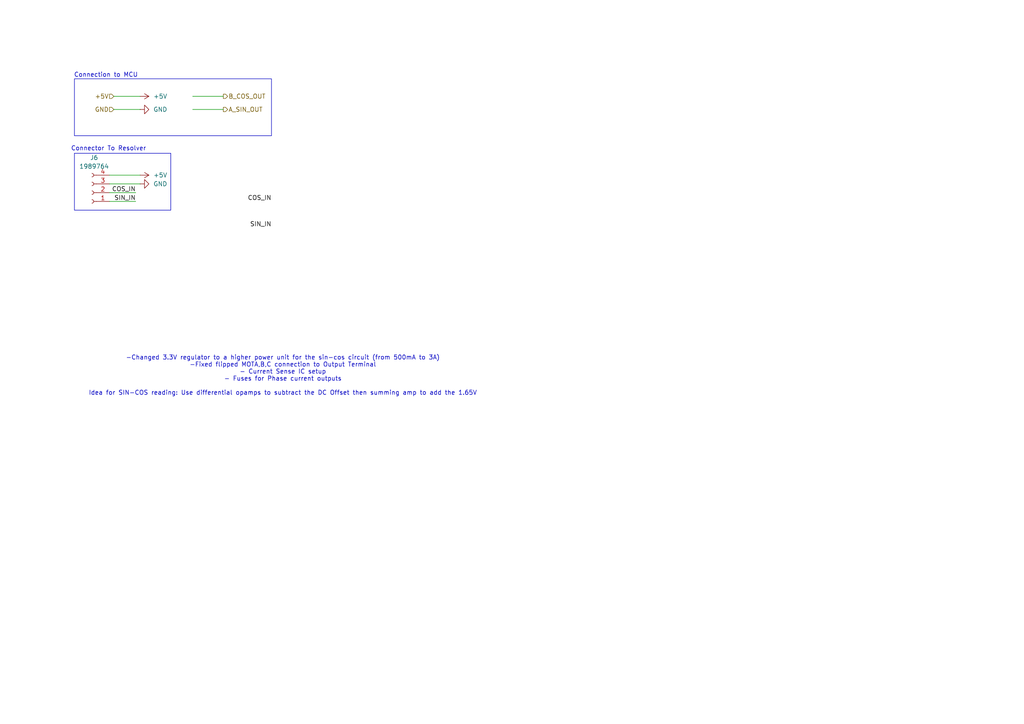
<source format=kicad_sch>
(kicad_sch (version 20250114) (generator "eeschema") (generator_version "9.0")
  (paper "A4")
  (lib_symbols
    (symbol "Connector:Conn_01x04_Socket" (pin_names (offset 1.016) (hide yes))
      (property "Reference" "J" (at 0 5.08 0))
      (property "Value" "Conn_01x04_Socket" (at 0 -7.62 0))
      (symbol "Conn_01x04_Socket_1_1"
        (polyline (pts (xy -1.27 2.54) (xy -0.508 2.54)) (stroke (width 0.1524)))
        (polyline (pts (xy -1.27 0) (xy -0.508 0)) (stroke (width 0.1524)))
        (polyline (pts (xy -1.27 -2.54) (xy -0.508 -2.54)) (stroke (width 0.1524)))
        (polyline (pts (xy -1.27 -5.08) (xy -0.508 -5.08)) (stroke (width 0.1524)))
        (arc (start 0 2.032) (mid -0.5058 2.54) (end 0 3.048) (stroke (width 0.1524)))
        (arc (start 0 -0.508) (mid -0.5058 0) (end 0 0.508) (stroke (width 0.1524)))
        (arc (start 0 -3.048) (mid -0.5058 -2.54) (end 0 -2.032) (stroke (width 0.1524)))
        (arc (start 0 -5.588) (mid -0.5058 -5.08) (end 0 -4.572) (stroke (width 0.1524)))
        (pin passive line (at -5.08 2.54 0) (length 3.81) (name "Pin_1") (number "1"))
        (pin passive line (at -5.08 0 0) (length 3.81) (name "Pin_2") (number "2"))
        (pin passive line (at -5.08 -2.54 0) (length 3.81) (name "Pin_3") (number "3"))
        (pin passive line (at -5.08 -5.08 0) (length 3.81) (name "Pin_4") (number "4"))
      )
    )
    (symbol "power:+5V" (power) (pin_numbers (hide yes)) (pin_names (offset 0) (hide yes))
      (property "Value" "+5V" (at 0 3.556 0))
      (symbol "+5V_0_1"
        (polyline (pts (xy -0.762 1.27) (xy 0 2.54)))
        (polyline (pts (xy 0 2.54) (xy 0.762 1.27)))
        (polyline (pts (xy 0 0) (xy 0 2.54)))
      )
      (symbol "+5V_1_1"
        (pin power_in line (at 0 0 90) (length 0) (name "~") (number "1"))
      )
    )
    (symbol "power:GND" (power) (pin_numbers (hide yes)) (pin_names (offset 0) (hide yes))
      (property "Value" "GND" (at 0 -3.81 0))
      (symbol "GND_0_1"
        (polyline (pts (xy 0 0) (xy 0 -1.27) (xy 1.27 -1.27) (xy 0 -2.54) (xy -1.27 -1.27) (xy 0 -1.27)))
      )
      (symbol "GND_1_1"
        (pin power_in line (at 0 0 270) (length 0) (name "~") (number "1"))
      )
    )
  )
  (rectangle (start 21.59 22.86) (end 78.74 39.37))
  (rectangle (start 21.59 44.45) (end 49.53 60.96))
  (text "Connector To Resolver\n" (at 31.496 43.18 0) (effects (font (size 1.27 1.27))))
  (text "-Changed 3.3V regulator to a higher power unit for the sin-cos circuit (from 500mA to 3A)\n-Fixed flipped MOTA,B,C connection to Output Terminal\n- Current Sense IC setup\n- Fuses for Phase current outputs\n\nIdea for SIN-COS reading: Use differential opamps to subtract the DC Offset then summing amp to add the 1.65V" (at 82.042 108.966 0) (effects (font (size 1.27 1.27))))
  (text "Connection to MCU" (at 30.734 21.844 0) (effects (font (size 1.27 1.27))))
  (wire (pts (xy 64.77 31.75) (xy 55.88 31.75)))
  (wire (pts (xy 31.75 53.34) (xy 40.64 53.34)))
  (wire (pts (xy 31.75 58.42) (xy 39.37 58.42)))
  (wire (pts (xy 40.64 27.94) (xy 33.02 27.94)))
  (wire (pts (xy 64.77 27.94) (xy 55.88 27.94)))
  (wire (pts (xy 31.75 55.88) (xy 39.37 55.88)))
  (wire (pts (xy 31.75 50.8) (xy 40.64 50.8)))
  (wire (pts (xy 40.64 31.75) (xy 33.02 31.75)))
  (label "SIN_IN" (at 39.37 58.42 180))
  (label "SIN_IN" (at 78.74 66.04 180))
  (label "COS_IN" (at 39.37 55.88 180))
  (label "COS_IN" (at 78.74 58.42 180))
  (hierarchical_label "A_SIN_OUT" (shape output) (at 64.77 31.75 0))
  (hierarchical_label "+5V" (shape input) (at 33.02 27.94 180))
  (hierarchical_label "B_COS_OUT" (shape output) (at 64.77 27.94 0))
  (hierarchical_label "GND" (shape input) (at 33.02 31.75 180))
  (symbol (lib_id "power:GND") (at 40.64 53.34 90) (unit 1)
    (property "Reference" "#PWR070" (effects (hide yes)))
    (property "Value" "GND" (at 44.45 53.3399 90) (effects (justify right)))
    (property "Description" "Power symbol creates a global label with name \"GND\" , ground" (effects (hide yes)))
  )
  (symbol (lib_id "Connector:Conn_01x04_Socket") (at 26.67 55.88 180) (unit 1)
    (property "Reference" "J6" (at 27.305 45.72 0))
    (property "Value" "1989764" (at 27.305 48.26 0))
    (property "Footprint" "PHOENIX_1989764:PHOENIX_1989764" (effects (hide yes)))
    (property "Description" "Generic connector, single row, 01x04, script generated" (effects (hide yes)))
  )
  (symbol (lib_id "power:GND") (at 40.64 31.75 90) (unit 1)
    (property "Reference" "#PWR063" (effects (hide yes)))
    (property "Value" "GND" (at 44.45 31.7499 90) (effects (justify right)))
    (property "Description" "Power symbol creates a global label with name \"GND\" , ground" (effects (hide yes)))
  )
  (symbol (lib_id "power:+5V") (at 40.64 50.8 270) (unit 1)
    (property "Reference" "#PWR060" (effects (hide yes)))
    (property "Value" "+5V" (at 44.45 50.7999 90) (effects (justify left)))
    (property "Description" "Power symbol creates a global label with name \"+5V\"" (effects (hide yes)))
  )
  (symbol (lib_id "power:+5V") (at 40.64 27.94 270) (unit 1)
    (property "Reference" "#PWR036" (effects (hide yes)))
    (property "Value" "+5V" (at 44.45 27.9399 90) (effects (justify left)))
    (property "Description" "Power symbol creates a global label with name \"+5V\"" (effects (hide yes)))
  )
)
</source>
